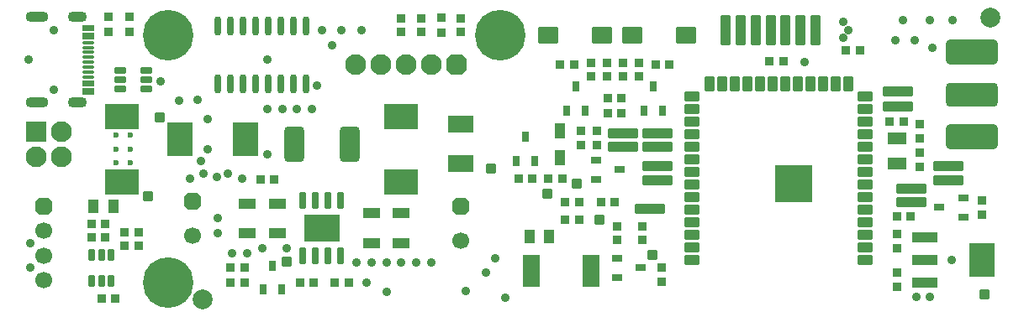
<source format=gbr>
G04*
G04 #@! TF.GenerationSoftware,Altium Limited,Altium Designer,25.8.1 (18)*
G04*
G04 Layer_Color=8388736*
%FSLAX44Y44*%
%MOMM*%
G71*
G04*
G04 #@! TF.SameCoordinates,845D26C6-CDDF-46F2-9304-2575DF004011*
G04*
G04*
G04 #@! TF.FilePolarity,Negative*
G04*
G01*
G75*
%ADD26R,1.1500X0.3000*%
G04:AMPARAMS|DCode=43|XSize=0.3mm|YSize=1.15mm|CornerRadius=0.0375mm|HoleSize=0mm|Usage=FLASHONLY|Rotation=270.000|XOffset=0mm|YOffset=0mm|HoleType=Round|Shape=RoundedRectangle|*
%AMROUNDEDRECTD43*
21,1,0.3000,1.0750,0,0,270.0*
21,1,0.2250,1.1500,0,0,270.0*
1,1,0.0750,-0.5375,-0.1125*
1,1,0.0750,-0.5375,0.1125*
1,1,0.0750,0.5375,0.1125*
1,1,0.0750,0.5375,-0.1125*
%
%ADD43ROUNDEDRECTD43*%
G04:AMPARAMS|DCode=48|XSize=3.1mm|YSize=1.1mm|CornerRadius=0.3mm|HoleSize=0mm|Usage=FLASHONLY|Rotation=0.000|XOffset=0mm|YOffset=0mm|HoleType=Round|Shape=RoundedRectangle|*
%AMROUNDEDRECTD48*
21,1,3.1000,0.5000,0,0,0.0*
21,1,2.5000,1.1000,0,0,0.0*
1,1,0.6000,1.2500,-0.2500*
1,1,0.6000,-1.2500,-0.2500*
1,1,0.6000,-1.2500,0.2500*
1,1,0.6000,1.2500,0.2500*
%
%ADD48ROUNDEDRECTD48*%
G04:AMPARAMS|DCode=49|XSize=3.1mm|YSize=1.1mm|CornerRadius=0.3mm|HoleSize=0mm|Usage=FLASHONLY|Rotation=90.000|XOffset=0mm|YOffset=0mm|HoleType=Round|Shape=RoundedRectangle|*
%AMROUNDEDRECTD49*
21,1,3.1000,0.5000,0,0,90.0*
21,1,2.5000,1.1000,0,0,90.0*
1,1,0.6000,0.2500,1.2500*
1,1,0.6000,0.2500,-1.2500*
1,1,0.6000,-0.2500,-1.2500*
1,1,0.6000,-0.2500,1.2500*
%
%ADD49ROUNDEDRECTD49*%
%ADD50R,1.7000X3.3000*%
%ADD51R,0.9500X0.9500*%
%ADD52R,0.9500X0.9500*%
%ADD53R,1.1000X0.7000*%
%ADD54R,1.7000X1.1000*%
G04:AMPARAMS|DCode=55|XSize=2.1mm|YSize=1.7mm|CornerRadius=0.13mm|HoleSize=0mm|Usage=FLASHONLY|Rotation=0.000|XOffset=0mm|YOffset=0mm|HoleType=Round|Shape=RoundedRectangle|*
%AMROUNDEDRECTD55*
21,1,2.1000,1.4400,0,0,0.0*
21,1,1.8400,1.7000,0,0,0.0*
1,1,0.2600,0.9200,-0.7200*
1,1,0.2600,-0.9200,-0.7200*
1,1,0.2600,-0.9200,0.7200*
1,1,0.2600,0.9200,0.7200*
%
%ADD55ROUNDEDRECTD55*%
G04:AMPARAMS|DCode=56|XSize=1.2mm|YSize=0.7mm|CornerRadius=0.125mm|HoleSize=0mm|Usage=FLASHONLY|Rotation=0.000|XOffset=0mm|YOffset=0mm|HoleType=Round|Shape=RoundedRectangle|*
%AMROUNDEDRECTD56*
21,1,1.2000,0.4500,0,0,0.0*
21,1,0.9500,0.7000,0,0,0.0*
1,1,0.2500,0.4750,-0.2250*
1,1,0.2500,-0.4750,-0.2250*
1,1,0.2500,-0.4750,0.2250*
1,1,0.2500,0.4750,0.2250*
%
%ADD56ROUNDEDRECTD56*%
%ADD57O,0.7000X1.9500*%
G04:AMPARAMS|DCode=58|XSize=5.18mm|YSize=2.52mm|CornerRadius=0.3525mm|HoleSize=0mm|Usage=FLASHONLY|Rotation=180.000|XOffset=0mm|YOffset=0mm|HoleType=Round|Shape=RoundedRectangle|*
%AMROUNDEDRECTD58*
21,1,5.1800,1.8150,0,0,180.0*
21,1,4.4750,2.5200,0,0,180.0*
1,1,0.7050,-2.2375,0.9075*
1,1,0.7050,2.2375,0.9075*
1,1,0.7050,2.2375,-0.9075*
1,1,0.7050,-2.2375,-0.9075*
%
%ADD58ROUNDEDRECTD58*%
%ADD59R,0.7000X1.1000*%
%ADD60R,2.6000X1.8000*%
G04:AMPARAMS|DCode=61|XSize=1.6mm|YSize=1mm|CornerRadius=0.1625mm|HoleSize=0mm|Usage=FLASHONLY|Rotation=180.000|XOffset=0mm|YOffset=0mm|HoleType=Round|Shape=RoundedRectangle|*
%AMROUNDEDRECTD61*
21,1,1.6000,0.6750,0,0,180.0*
21,1,1.2750,1.0000,0,0,180.0*
1,1,0.3250,-0.6375,0.3375*
1,1,0.3250,0.6375,0.3375*
1,1,0.3250,0.6375,-0.3375*
1,1,0.3250,-0.6375,-0.3375*
%
%ADD61ROUNDEDRECTD61*%
%ADD62R,3.8000X3.8000*%
%ADD63R,0.9000X0.9000*%
G04:AMPARAMS|DCode=64|XSize=1.7mm|YSize=0.7mm|CornerRadius=0.125mm|HoleSize=0mm|Usage=FLASHONLY|Rotation=270.000|XOffset=0mm|YOffset=0mm|HoleType=Round|Shape=RoundedRectangle|*
%AMROUNDEDRECTD64*
21,1,1.7000,0.4500,0,0,270.0*
21,1,1.4500,0.7000,0,0,270.0*
1,1,0.2500,-0.2250,-0.7250*
1,1,0.2500,-0.2250,0.7250*
1,1,0.2500,0.2250,0.7250*
1,1,0.2500,0.2250,-0.7250*
%
%ADD64ROUNDEDRECTD64*%
%ADD65R,3.6100X2.7200*%
%ADD66R,2.5000X1.1000*%
%ADD67C,2.0000*%
%ADD68R,2.5000X3.4000*%
%ADD69R,1.1000X1.3500*%
G04:AMPARAMS|DCode=70|XSize=1.1mm|YSize=1.1mm|CornerRadius=0.3mm|HoleSize=0mm|Usage=FLASHONLY|Rotation=0.000|XOffset=0mm|YOffset=0mm|HoleType=Round|Shape=RoundedRectangle|*
%AMROUNDEDRECTD70*
21,1,1.1000,0.5000,0,0,0.0*
21,1,0.5000,1.1000,0,0,0.0*
1,1,0.6000,0.2500,-0.2500*
1,1,0.6000,-0.2500,-0.2500*
1,1,0.6000,-0.2500,0.2500*
1,1,0.6000,0.2500,0.2500*
%
%ADD70ROUNDEDRECTD70*%
G04:AMPARAMS|DCode=71|XSize=1.6mm|YSize=1mm|CornerRadius=0.1625mm|HoleSize=0mm|Usage=FLASHONLY|Rotation=270.000|XOffset=0mm|YOffset=0mm|HoleType=Round|Shape=RoundedRectangle|*
%AMROUNDEDRECTD71*
21,1,1.6000,0.6750,0,0,270.0*
21,1,1.2750,1.0000,0,0,270.0*
1,1,0.3250,-0.3375,-0.6375*
1,1,0.3250,-0.3375,0.6375*
1,1,0.3250,0.3375,0.6375*
1,1,0.3250,0.3375,-0.6375*
%
%ADD71ROUNDEDRECTD71*%
%ADD72R,1.1000X1.6000*%
%ADD73R,3.4000X2.5000*%
G04:AMPARAMS|DCode=74|XSize=5.18mm|YSize=2.39mm|CornerRadius=0.3363mm|HoleSize=0mm|Usage=FLASHONLY|Rotation=180.000|XOffset=0mm|YOffset=0mm|HoleType=Round|Shape=RoundedRectangle|*
%AMROUNDEDRECTD74*
21,1,5.1800,1.7175,0,0,180.0*
21,1,4.5075,2.3900,0,0,180.0*
1,1,0.6725,-2.2538,0.8588*
1,1,0.6725,2.2538,0.8588*
1,1,0.6725,2.2538,-0.8588*
1,1,0.6725,-2.2538,-0.8588*
%
%ADD74ROUNDEDRECTD74*%
%ADD75R,1.9000X1.2000*%
G04:AMPARAMS|DCode=76|XSize=1.95mm|YSize=3.5mm|CornerRadius=0.2813mm|HoleSize=0mm|Usage=FLASHONLY|Rotation=0.000|XOffset=0mm|YOffset=0mm|HoleType=Round|Shape=RoundedRectangle|*
%AMROUNDEDRECTD76*
21,1,1.9500,2.9375,0,0,0.0*
21,1,1.3875,3.5000,0,0,0.0*
1,1,0.5625,0.6938,-1.4688*
1,1,0.5625,-0.6938,-1.4688*
1,1,0.5625,-0.6938,1.4688*
1,1,0.5625,0.6938,1.4688*
%
%ADD76ROUNDEDRECTD76*%
G04:AMPARAMS|DCode=77|XSize=1.2mm|YSize=0.7mm|CornerRadius=0.125mm|HoleSize=0mm|Usage=FLASHONLY|Rotation=90.000|XOffset=0mm|YOffset=0mm|HoleType=Round|Shape=RoundedRectangle|*
%AMROUNDEDRECTD77*
21,1,1.2000,0.4500,0,0,90.0*
21,1,0.9500,0.7000,0,0,90.0*
1,1,0.2500,0.2250,0.4750*
1,1,0.2500,0.2250,-0.4750*
1,1,0.2500,-0.2250,-0.4750*
1,1,0.2500,-0.2250,0.4750*
%
%ADD77ROUNDEDRECTD77*%
%ADD78C,1.7000*%
%ADD79C,5.1000*%
%ADD80C,2.1000*%
%ADD81R,2.1000X2.1000*%
%ADD82C,0.6000*%
%ADD83C,0.7000*%
G04:AMPARAMS|DCode=84|XSize=2.1mm|YSize=2.1mm|CornerRadius=0mm|HoleSize=0mm|Usage=FLASHONLY|Rotation=180.000|XOffset=0mm|YOffset=0mm|HoleType=Round|Shape=Octagon|*
%AMOCTAGOND84*
4,1,8,-1.0500,0.5250,-1.0500,-0.5250,-0.5250,-1.0500,0.5250,-1.0500,1.0500,-0.5250,1.0500,0.5250,0.5250,1.0500,-0.5250,1.0500,-1.0500,0.5250,0.0*
%
%ADD84OCTAGOND84*%

G04:AMPARAMS|DCode=85|XSize=1.7mm|YSize=1.7mm|CornerRadius=0mm|HoleSize=0mm|Usage=FLASHONLY|Rotation=270.000|XOffset=0mm|YOffset=0mm|HoleType=Round|Shape=Octagon|*
%AMOCTAGOND85*
4,1,8,-0.4250,-0.8500,0.4250,-0.8500,0.8500,-0.4250,0.8500,0.4250,0.4250,0.8500,-0.4250,0.8500,-0.8500,0.4250,-0.8500,-0.4250,-0.4250,-0.8500,0.0*
%
%ADD85OCTAGOND85*%

%ADD86O,2.3000X1.1000*%
%ADD87O,1.9000X1.1000*%
%ADD88C,0.9032*%
D26*
X75000Y290500D02*
D03*
Y293500D02*
D03*
Y226500D02*
D03*
Y229500D02*
D03*
Y237500D02*
D03*
Y234500D02*
D03*
Y285500D02*
D03*
Y282500D02*
D03*
D43*
Y257500D02*
D03*
Y262500D02*
D03*
Y252500D02*
D03*
Y267500D02*
D03*
Y247500D02*
D03*
Y272500D02*
D03*
Y242500D02*
D03*
Y277500D02*
D03*
D48*
X648000Y138000D02*
D03*
X890000Y213000D02*
D03*
Y228000D02*
D03*
X648000Y186000D02*
D03*
X904000Y116000D02*
D03*
X648000Y172000D02*
D03*
X904000Y130000D02*
D03*
X613000Y172000D02*
D03*
X941000Y138000D02*
D03*
X648000Y153000D02*
D03*
X941000D02*
D03*
X640000Y110000D02*
D03*
X613000Y186000D02*
D03*
D49*
X777000Y290000D02*
D03*
X807000D02*
D03*
X732000D02*
D03*
X792000D02*
D03*
X762000D02*
D03*
X747000D02*
D03*
X717000D02*
D03*
D50*
X521000Y47000D02*
D03*
X581000D02*
D03*
D51*
X660000Y255000D02*
D03*
X550000D02*
D03*
X102000Y19000D02*
D03*
X555000Y99000D02*
D03*
X248000Y139000D02*
D03*
X288000Y35000D02*
D03*
X903000Y102000D02*
D03*
X555000Y116000D02*
D03*
X78000Y81000D02*
D03*
X92000D02*
D03*
X78000Y94000D02*
D03*
X92000D02*
D03*
X761000Y259000D02*
D03*
X775000D02*
D03*
X896000Y198000D02*
D03*
X882000D02*
D03*
X569000Y116000D02*
D03*
X605000D02*
D03*
X591000D02*
D03*
X889000Y102000D02*
D03*
X852000Y270000D02*
D03*
X838000D02*
D03*
X538000Y140000D02*
D03*
X552000D02*
D03*
X522000D02*
D03*
X508000D02*
D03*
X302000Y35000D02*
D03*
X337000D02*
D03*
X323000D02*
D03*
X232000D02*
D03*
X218000D02*
D03*
X218000Y50000D02*
D03*
X232000D02*
D03*
X262000Y139000D02*
D03*
X569000Y99000D02*
D03*
X88000Y19000D02*
D03*
X564000Y255000D02*
D03*
X598000Y221000D02*
D03*
X612000D02*
D03*
X612000Y206000D02*
D03*
X598000D02*
D03*
X646000Y255000D02*
D03*
D52*
X912000Y195000D02*
D03*
Y166000D02*
D03*
X889000Y31000D02*
D03*
Y84000D02*
D03*
X111000Y72000D02*
D03*
X975000Y118000D02*
D03*
Y104000D02*
D03*
X111000Y86000D02*
D03*
X126000Y72000D02*
D03*
Y86000D02*
D03*
X587000Y174000D02*
D03*
Y188000D02*
D03*
X571000Y188000D02*
D03*
Y174000D02*
D03*
X410000Y288000D02*
D03*
Y302000D02*
D03*
X652000Y50000D02*
D03*
Y36000D02*
D03*
X633000Y78000D02*
D03*
Y92000D02*
D03*
X607000Y92000D02*
D03*
Y78000D02*
D03*
X889000Y70000D02*
D03*
Y45000D02*
D03*
X912000Y152000D02*
D03*
Y181000D02*
D03*
X581000Y243000D02*
D03*
Y257000D02*
D03*
X597000Y257000D02*
D03*
Y243000D02*
D03*
X390000Y288000D02*
D03*
Y302000D02*
D03*
X613000Y243000D02*
D03*
Y257000D02*
D03*
X629000Y243000D02*
D03*
Y257000D02*
D03*
X450000Y288000D02*
D03*
Y302000D02*
D03*
D53*
X932000Y111000D02*
D03*
X607000Y40500D02*
D03*
X610000Y149000D02*
D03*
X586000Y139500D02*
D03*
Y158500D02*
D03*
X631000Y50000D02*
D03*
X607000Y59500D02*
D03*
X956000Y120500D02*
D03*
Y101500D02*
D03*
D54*
X235000Y85000D02*
D03*
X265000D02*
D03*
X360000Y75000D02*
D03*
X390000D02*
D03*
Y105000D02*
D03*
X360000D02*
D03*
X265000Y115000D02*
D03*
X235000D02*
D03*
D55*
X538000Y285000D02*
D03*
X677000D02*
D03*
X623000D02*
D03*
X592000D02*
D03*
D56*
X107000Y240000D02*
D03*
X133000Y249500D02*
D03*
Y240000D02*
D03*
Y230500D02*
D03*
X107000D02*
D03*
Y249500D02*
D03*
D57*
X294450Y294000D02*
D03*
X205550D02*
D03*
X218250D02*
D03*
X230950D02*
D03*
X243650D02*
D03*
X256350D02*
D03*
X269050D02*
D03*
X281750D02*
D03*
X205550Y236000D02*
D03*
X218250D02*
D03*
X230950D02*
D03*
X243650D02*
D03*
X256350D02*
D03*
X269050D02*
D03*
X281750D02*
D03*
X294450D02*
D03*
D58*
X965000Y267500D02*
D03*
Y182500D02*
D03*
D59*
X269500Y28000D02*
D03*
X250500D02*
D03*
X260000Y52000D02*
D03*
X505500Y158000D02*
D03*
X524500D02*
D03*
X515000Y182000D02*
D03*
X566000Y233000D02*
D03*
X575500Y209000D02*
D03*
X556500D02*
D03*
X644000Y233000D02*
D03*
X653500Y209000D02*
D03*
X634500D02*
D03*
D60*
X450000Y195000D02*
D03*
Y155000D02*
D03*
D61*
X857500Y57800D02*
D03*
X682500D02*
D03*
Y70500D02*
D03*
Y83200D02*
D03*
Y95900D02*
D03*
Y108600D02*
D03*
Y121300D02*
D03*
Y134000D02*
D03*
Y146700D02*
D03*
Y159400D02*
D03*
Y172100D02*
D03*
Y184800D02*
D03*
Y197500D02*
D03*
Y210200D02*
D03*
Y222900D02*
D03*
X857500D02*
D03*
Y210200D02*
D03*
Y197500D02*
D03*
Y184800D02*
D03*
Y172100D02*
D03*
Y159400D02*
D03*
Y146700D02*
D03*
Y134000D02*
D03*
Y121300D02*
D03*
Y108600D02*
D03*
Y95900D02*
D03*
Y83200D02*
D03*
Y70500D02*
D03*
D62*
X785000Y135000D02*
D03*
D63*
X430000Y287500D02*
D03*
Y302500D02*
D03*
X116000Y303500D02*
D03*
Y288500D02*
D03*
X95000D02*
D03*
Y303500D02*
D03*
D64*
X329050Y62000D02*
D03*
X316350D02*
D03*
X290950D02*
D03*
X303650D02*
D03*
X290950Y118000D02*
D03*
X303650D02*
D03*
X316350D02*
D03*
X329050D02*
D03*
D65*
X310000Y90000D02*
D03*
D66*
X917000Y81000D02*
D03*
Y58000D02*
D03*
Y35000D02*
D03*
D67*
X190000Y18000D02*
D03*
X983000Y303000D02*
D03*
D68*
X975000Y58000D02*
D03*
X167000Y180000D02*
D03*
X233000D02*
D03*
D69*
X539000Y82000D02*
D03*
X519000D02*
D03*
X100000Y112000D02*
D03*
X80000D02*
D03*
D70*
X275000Y56000D02*
D03*
X480000Y150000D02*
D03*
X135000Y122000D02*
D03*
X147000Y202000D02*
D03*
X643000Y63000D02*
D03*
X590000Y99000D02*
D03*
X567000Y135000D02*
D03*
X977000Y23000D02*
D03*
X537000Y125000D02*
D03*
D71*
X839850Y235400D02*
D03*
X827150D02*
D03*
X814450D02*
D03*
X801750D02*
D03*
X789050D02*
D03*
X776350D02*
D03*
X763650D02*
D03*
X750950D02*
D03*
X738250D02*
D03*
X725550D02*
D03*
X712850D02*
D03*
X700150D02*
D03*
D72*
X550000Y188750D02*
D03*
Y161250D02*
D03*
D73*
X390000Y137000D02*
D03*
Y203000D02*
D03*
X109000D02*
D03*
Y137000D02*
D03*
D74*
X965000Y225000D02*
D03*
D75*
X889002Y180498D02*
D03*
Y155498D02*
D03*
D76*
X282250Y175000D02*
D03*
X337750D02*
D03*
D77*
X78500Y63000D02*
D03*
X88000D02*
D03*
X97500D02*
D03*
Y37000D02*
D03*
X88000D02*
D03*
X78500D02*
D03*
D78*
X180000Y82500D02*
D03*
X450000Y77500D02*
D03*
X30000Y62500D02*
D03*
Y87500D02*
D03*
Y37500D02*
D03*
D79*
X155000Y35000D02*
D03*
X490000Y285000D02*
D03*
X155000D02*
D03*
D80*
X22300Y162300D02*
D03*
X344200Y255000D02*
D03*
X395000D02*
D03*
X420400D02*
D03*
X369600D02*
D03*
X47700Y187700D02*
D03*
Y162300D02*
D03*
D81*
X22300Y187700D02*
D03*
D82*
X103000Y184000D02*
D03*
X117000Y170000D02*
D03*
X103000D02*
D03*
X117000Y156000D02*
D03*
X103000D02*
D03*
X117000Y184000D02*
D03*
D83*
X778000Y135000D02*
D03*
Y121000D02*
D03*
Y149000D02*
D03*
X771000Y142000D02*
D03*
Y128000D02*
D03*
X785000Y142000D02*
D03*
Y128000D02*
D03*
X792000Y135000D02*
D03*
Y121000D02*
D03*
Y149000D02*
D03*
X799000Y142000D02*
D03*
Y128000D02*
D03*
D84*
X445800Y255000D02*
D03*
D85*
X450000Y112500D02*
D03*
X30000Y112500D02*
D03*
X180000Y117500D02*
D03*
D86*
X23500Y303200D02*
D03*
Y216800D02*
D03*
D87*
X63500Y303200D02*
D03*
Y216800D02*
D03*
D88*
X188000Y158000D02*
D03*
X191000Y145000D02*
D03*
X204000Y142000D02*
D03*
X215000Y145000D02*
D03*
X255000Y210000D02*
D03*
Y165000D02*
D03*
X230000Y140000D02*
D03*
X270000Y210000D02*
D03*
X285000D02*
D03*
X300000D02*
D03*
X345000Y55000D02*
D03*
X360000D02*
D03*
X375000D02*
D03*
X390000D02*
D03*
X405000D02*
D03*
X420000D02*
D03*
X275000Y70000D02*
D03*
X250000D02*
D03*
X235000Y65000D02*
D03*
X220000D02*
D03*
X205000Y100000D02*
D03*
Y85000D02*
D03*
X603000Y186000D02*
D03*
X622000D02*
D03*
X475000Y45000D02*
D03*
X455000Y27000D02*
D03*
X495000Y20000D02*
D03*
X485000Y60000D02*
D03*
X350000Y290000D02*
D03*
X330000D02*
D03*
X255000Y260000D02*
D03*
X320000Y275000D02*
D03*
X40000Y290000D02*
D03*
Y230000D02*
D03*
X15000Y260000D02*
D03*
X16000Y75000D02*
D03*
Y50000D02*
D03*
X375000Y26000D02*
D03*
X945000Y300000D02*
D03*
X922500D02*
D03*
X195000Y200000D02*
D03*
Y170000D02*
D03*
X185000Y220000D02*
D03*
X166000Y219000D02*
D03*
X310000Y290000D02*
D03*
X907500Y280000D02*
D03*
X895000Y300000D02*
D03*
X925000Y272500D02*
D03*
X887500Y280000D02*
D03*
X177000Y140000D02*
D03*
X305000Y234000D02*
D03*
X147000Y202000D02*
D03*
X796000Y258000D02*
D03*
X944000Y58000D02*
D03*
X840000Y290000D02*
D03*
X835000Y282000D02*
D03*
Y298000D02*
D03*
X148000Y238000D02*
D03*
X355000Y35000D02*
D03*
X922000Y21000D02*
D03*
X909000D02*
D03*
M02*

</source>
